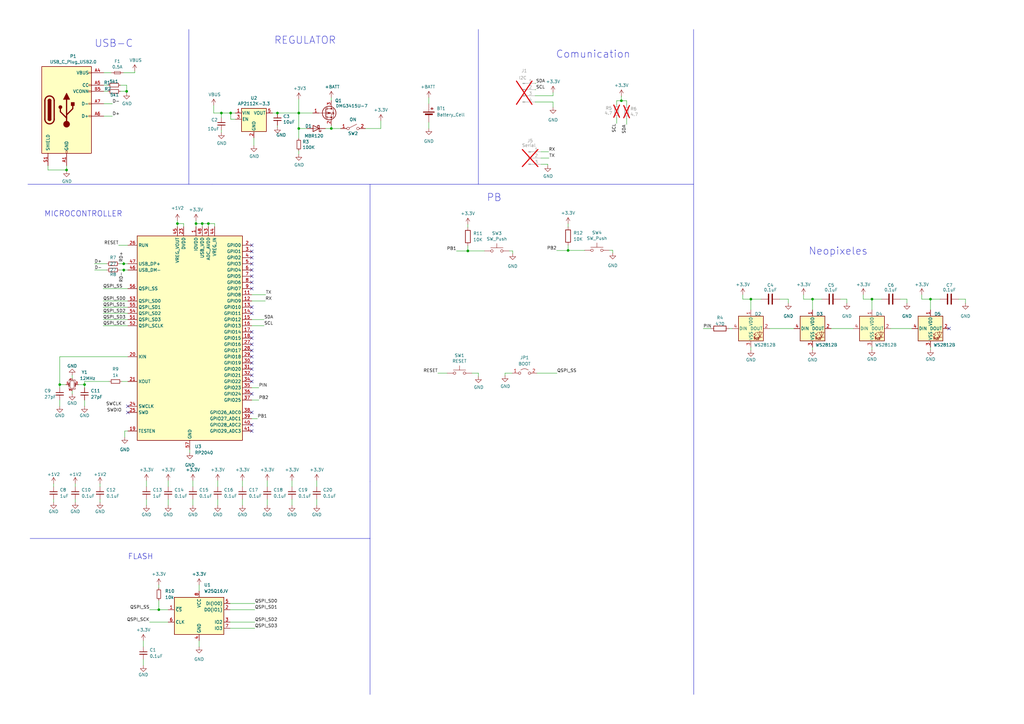
<source format=kicad_sch>
(kicad_sch (version 20230121) (generator eeschema)
  (paper "A3")
  (lib_symbols
    (symbol "CatSniffer-rescue:GND-power-CatStick-rescue-CatSniffer-rescue" (power) (pin_names (offset 0))
      (property "Value" "GND-power-CatStick-rescue-CatSniffer-rescue" (at 0 -3.81 0))
      (symbol "GND-power-CatStick-rescue-CatSniffer-rescue_1_1"
        (pin power_in line (at 0 0 270) (length 0) hide (name "GND") (number "1"))
      )
    )
    (symbol "CatSniffer-rescue:SW_Push-Switch-CatStick-rescue-CatSniffer-rescue" (pin_numbers hide) (pin_names (offset 1.016) hide)
      (property "Reference" "SW" (at 1.27 2.54 0))
      (property "Value" "SW_Push-Switch-CatStick-rescue-CatSniffer-rescue" (at 0 -1.524 0))
      (symbol "SW_Push-Switch-CatStick-rescue-CatSniffer-rescue_0_1"
        (pin passive line (at -5.08 0 0) (length 2.54) (name "1") (number "1"))
        (pin passive line (at 5.08 0 180) (length 2.54) (name "2") (number "2"))
      )
    )
    (symbol "Connector:Conn_01x03_Pin" (pin_names (offset 1.016) hide)
      (property "Reference" "J" (at 0 5.08 0))
      (property "Value" "Conn_01x03_Pin" (at 0 -5.08 0))
      (symbol "Conn_01x03_Pin_1_1"
        (pin passive line (at 5.08 2.54 180) (length 3.81) (name "Pin_1") (number "1"))
        (pin passive line (at 5.08 0 180) (length 3.81) (name "Pin_2") (number "2"))
        (pin passive line (at 5.08 -2.54 180) (length 3.81) (name "Pin_3") (number "3"))
      )
    )
    (symbol "Connector:Conn_01x04_Pin" (pin_names (offset 1.016) hide)
      (property "Reference" "J" (at 0 5.08 0))
      (property "Value" "Conn_01x04_Pin" (at 0 -7.62 0))
      (symbol "Conn_01x04_Pin_1_1"
        (pin passive line (at 5.08 2.54 180) (length 3.81) (name "Pin_1") (number "1"))
        (pin passive line (at 5.08 0 180) (length 3.81) (name "Pin_2") (number "2"))
        (pin passive line (at 5.08 -2.54 180) (length 3.81) (name "Pin_3") (number "3"))
        (pin passive line (at 5.08 -5.08 180) (length 3.81) (name "Pin_4") (number "4"))
      )
    )
    (symbol "Device:Battery_Cell" (pin_numbers hide) (pin_names (offset 0) hide)
      (property "Reference" "BT" (at 2.54 2.54 0))
      (property "Value" "Battery_Cell" (at 2.54 0 0))
      (symbol "Battery_Cell_1_1"
        (pin passive line (at 0 5.08 270) (length 2.54) (name "+") (number "1"))
        (pin passive line (at 0 -2.54 90) (length 2.54) (name "-") (number "2"))
      )
    )
    (symbol "Device:C" (pin_numbers hide) (pin_names (offset 0.254))
      (property "Reference" "C" (at 0.635 2.54 0))
      (property "Value" "C" (at 0.635 -2.54 0))
      (symbol "C_1_1"
        (pin passive line (at 0 3.81 270) (length 2.794) (name "~") (number "1"))
        (pin passive line (at 0 -3.81 90) (length 2.794) (name "~") (number "2"))
      )
    )
    (symbol "Device:C_Small" (pin_numbers hide) (pin_names (offset 0.254) hide)
      (property "Reference" "C" (at 0.254 1.778 0))
      (property "Value" "C_Small" (at 0.254 -2.032 0))
      (symbol "C_Small_1_1"
        (pin passive line (at 0 2.54 270) (length 2.032) (name "~") (number "1"))
        (pin passive line (at 0 -2.54 90) (length 2.032) (name "~") (number "2"))
      )
    )
    (symbol "Device:Crystal_GND23_Small" (pin_names (offset 1.016) hide)
      (property "Reference" "Y?" (at 12.7 4.1402 0))
      (property "Value" "Crystal_GND23_Small" (at 12.7 1.6002 0))
      (symbol "Crystal_GND23_Small_1_1"
        (pin passive line (at -2.54 0 0) (length 1.27) (name "1") (number "1"))
        (pin passive line (at 0 -2.54 90) (length 0.635) (name "2") (number "2"))
        (pin passive line (at 2.54 0 180) (length 1.27) (name "3") (number "3"))
        (pin passive line (at 0 2.54 270) (length 0.635) (name "4") (number "4"))
      )
    )
    (symbol "Device:Fuse_Small" (pin_numbers hide) (pin_names (offset 0.254) hide)
      (property "Reference" "F" (at 0 -1.524 0))
      (property "Value" "Fuse_Small" (at 0 1.524 0))
      (symbol "Fuse_Small_1_1"
        (pin passive line (at -2.54 0 0) (length 1.27) (name "~") (number "1"))
        (pin passive line (at 2.54 0 180) (length 1.27) (name "~") (number "2"))
      )
    )
    (symbol "Device:Q_PMOS_GSD" (pin_names (offset 0) hide)
      (property "Reference" "Q" (at 5.08 1.27 0))
      (property "Value" "Q_PMOS_GSD" (at 5.08 -1.27 0))
      (symbol "Q_PMOS_GSD_1_1"
        (pin input line (at -5.08 0 0) (length 2.54) (name "G") (number "1"))
        (pin passive line (at 2.54 -5.08 90) (length 2.54) (name "S") (number "2"))
        (pin passive line (at 2.54 5.08 270) (length 2.54) (name "D") (number "3"))
      )
    )
    (symbol "Device:R" (pin_numbers hide) (pin_names (offset 0))
      (property "Reference" "R" (at 2.032 0 90))
      (property "Value" "R" (at 0 0 90))
      (symbol "R_1_1"
        (pin passive line (at 0 3.81 270) (length 1.27) (name "~") (number "1"))
        (pin passive line (at 0 -3.81 90) (length 1.27) (name "~") (number "2"))
      )
    )
    (symbol "Device:R_Small" (pin_numbers hide) (pin_names (offset 0.254) hide)
      (property "Reference" "R" (at 0.762 0.508 0))
      (property "Value" "R_Small" (at 0.762 -1.016 0))
      (symbol "R_Small_1_1"
        (pin passive line (at 0 2.54 270) (length 0.762) (name "~") (number "1"))
        (pin passive line (at 0 -2.54 90) (length 0.762) (name "~") (number "2"))
      )
    )
    (symbol "Diode:MBR340" (pin_numbers hide) (pin_names (offset 1.016) hide)
      (property "Reference" "D" (at 0 2.54 0))
      (property "Value" "MBR340" (at 0 -2.54 0))
      (symbol "MBR340_1_1"
        (pin passive line (at -3.81 0 0) (length 2.54) (name "K") (number "1"))
        (pin passive line (at 3.81 0 180) (length 2.54) (name "A") (number "2"))
      )
    )
    (symbol "GND_11" (power) (pin_names (offset 0))
      (property "Value" "GND_11" (at 0 -3.81 0))
      (symbol "GND_11_1_1"
        (pin power_in line (at 0 0 270) (length 0) hide (name "GND") (number "1"))
      )
    )
    (symbol "GND_12" (power) (pin_names (offset 0))
      (property "Value" "GND_12" (at 0 -3.81 0))
      (symbol "GND_12_1_1"
        (pin power_in line (at 0 0 270) (length 0) hide (name "GND") (number "1"))
      )
    )
    (symbol "GND_13" (power) (pin_names (offset 0))
      (property "Value" "GND_13" (at 0 -3.81 0))
      (symbol "GND_13_1_1"
        (pin power_in line (at 0 0 270) (length 0) hide (name "GND") (number "1"))
      )
    )
    (symbol "GND_14" (power) (pin_names (offset 0))
      (property "Value" "GND_14" (at 0 -3.81 0))
      (symbol "GND_14_1_1"
        (pin power_in line (at 0 0 270) (length 0) hide (name "GND") (number "1"))
      )
    )
    (symbol "GND_15" (power) (pin_names (offset 0))
      (property "Value" "GND_15" (at 0 -3.81 0))
      (symbol "GND_15_1_1"
        (pin power_in line (at 0 0 270) (length 0) hide (name "GND") (number "1"))
      )
    )
    (symbol "GND_16" (power) (pin_names (offset 0))
      (property "Value" "GND_16" (at 0 -3.81 0))
      (symbol "GND_16_1_1"
        (pin power_in line (at 0 0 270) (length 0) hide (name "GND") (number "1"))
      )
    )
    (symbol "HunterCat-NFC-rescue:AP2112K-3.3-Regulator_Linear" (pin_names (offset 0.254))
      (property "Reference" "U" (at -5.08 5.715 0))
      (property "Value" "AP2112K-3.3-Regulator_Linear" (at 0 5.715 0))
      (symbol "AP2112K-3.3-Regulator_Linear_1_1"
        (pin power_in line (at -7.62 2.54 0) (length 2.54) (name "VIN") (number "1"))
        (pin power_in line (at 0 -7.62 90) (length 2.54) (name "GND") (number "2"))
        (pin input line (at -7.62 0 0) (length 2.54) (name "EN") (number "3"))
        (pin no_connect line (at 7.62 0 180) (length 2.54) hide (name "NC") (number "4"))
        (pin power_out line (at 7.62 2.54 180) (length 2.54) (name "VOUT") (number "5"))
      )
    )
    (symbol "HunterCat-NFC-rescue:USB_C_Plug_USB2.0-Connector" (pin_names (offset 1.016))
      (property "Reference" "P" (at -10.16 19.05 0))
      (property "Value" "USB_C_Plug_USB2.0-Connector" (at 12.7 19.05 0))
      (symbol "USB_C_Plug_USB2.0-Connector_1_1"
        (pin power_in line (at 0 -22.86 90) (length 5.08) (name "GND") (number "A1"))
        (pin passive line (at 0 -22.86 90) (length 5.08) hide (name "GND") (number "A12"))
        (pin power_in line (at 15.24 15.24 180) (length 5.08) (name "VBUS") (number "A4"))
        (pin bidirectional line (at 15.24 10.16 180) (length 5.08) (name "CC") (number "A5"))
        (pin bidirectional line (at 15.24 -2.54 180) (length 5.08) (name "D+") (number "A6"))
        (pin bidirectional line (at 15.24 2.54 180) (length 5.08) (name "D-") (number "A7"))
        (pin passive line (at 15.24 15.24 180) (length 5.08) hide (name "VBUS") (number "A9"))
        (pin passive line (at 0 -22.86 90) (length 5.08) hide (name "GND") (number "B1"))
        (pin passive line (at 0 -22.86 90) (length 5.08) hide (name "GND") (number "B12"))
        (pin passive line (at 15.24 15.24 180) (length 5.08) hide (name "VBUS") (number "B4"))
        (pin bidirectional line (at 15.24 7.62 180) (length 5.08) (name "VCONN") (number "B5"))
        (pin passive line (at 15.24 15.24 180) (length 5.08) hide (name "VBUS") (number "B9"))
        (pin passive line (at -7.62 -22.86 90) (length 5.08) (name "SHIELD") (number "S1"))
      )
    )
    (symbol "Jumper:Jumper_2_Open" (pin_names (offset 0) hide)
      (property "Reference" "JP" (at 0 2.794 0))
      (property "Value" "Jumper_2_Open" (at 0 -2.286 0))
      (symbol "Jumper_2_Open_1_1"
        (pin passive line (at -5.08 0 0) (length 2.54) (name "A") (number "1"))
        (pin passive line (at 5.08 0 180) (length 2.54) (name "B") (number "2"))
      )
    )
    (symbol "LED:WS2812B" (pin_names (offset 0.254))
      (property "Reference" "D" (at 5.08 5.715 0))
      (property "Value" "WS2812B" (at 1.27 -5.715 0))
      (symbol "WS2812B_0_0"
        (text "RGB" (at 2.286 -4.191 0) (effects (font (size 0.762 0.762))))
      )
      (symbol "WS2812B_1_1"
        (pin power_in line (at 0 7.62 270) (length 2.54) (name "VDD") (number "1"))
        (pin output line (at 7.62 0 180) (length 2.54) (name "DOUT") (number "2"))
        (pin power_in line (at 0 -7.62 90) (length 2.54) (name "VSS") (number "3"))
        (pin input line (at -7.62 0 0) (length 2.54) (name "DIN") (number "4"))
      )
    )
    (symbol "MCU_RaspberryPi:RP2040"
      (property "Reference" "U3" (at 2.0194 -44.45 0))
      (property "Value" "RP2040" (at 2.0194 -46.99 0))
      (symbol "RP2040_1_1"
        (pin power_in line (at 2.54 45.72 270) (length 3.81) (name "IOVDD") (number "1"))
        (pin passive line (at 2.54 45.72 270) (length 3.81) hide (name "IOVDD") (number "10"))
        (pin bidirectional line (at 25.4 17.78 180) (length 3.81) (name "GPIO8") (number "11"))
        (pin bidirectional line (at 25.4 15.24 180) (length 3.81) (name "GPIO9") (number "12"))
        (pin bidirectional line (at 25.4 12.7 180) (length 3.81) (name "GPIO10") (number "13"))
        (pin bidirectional line (at 25.4 10.16 180) (length 3.81) (name "GPIO11") (number "14"))
        (pin bidirectional line (at 25.4 7.62 180) (length 3.81) (name "GPIO12") (number "15"))
        (pin bidirectional line (at 25.4 5.08 180) (length 3.81) (name "GPIO13") (number "16"))
        (pin bidirectional line (at 25.4 2.54 180) (length 3.81) (name "GPIO14") (number "17"))
        (pin bidirectional line (at 25.4 0 180) (length 3.81) (name "GPIO15") (number "18"))
        (pin input line (at -25.4 -38.1 0) (length 3.81) (name "TESTEN") (number "19"))
        (pin bidirectional line (at 25.4 38.1 180) (length 3.81) (name "GPIO0") (number "2"))
        (pin input line (at -25.4 -7.62 0) (length 3.81) (name "XIN") (number "20"))
        (pin passive line (at -25.4 -17.78 0) (length 3.81) (name "XOUT") (number "21"))
        (pin passive line (at 2.54 45.72 270) (length 3.81) hide (name "IOVDD") (number "22"))
        (pin power_in line (at -2.54 45.72 270) (length 3.81) (name "DVDD") (number "23"))
        (pin output line (at -25.4 -27.94 0) (length 3.81) (name "SWCLK") (number "24"))
        (pin bidirectional line (at -25.4 -30.48 0) (length 3.81) (name "SWD") (number "25"))
        (pin input line (at -25.4 38.1 0) (length 3.81) (name "RUN") (number "26"))
        (pin bidirectional line (at 25.4 -2.54 180) (length 3.81) (name "GPIO16") (number "27"))
        (pin bidirectional line (at 25.4 -5.08 180) (length 3.81) (name "GPIO17") (number "28"))
        (pin bidirectional line (at 25.4 -7.62 180) (length 3.81) (name "GPIO18") (number "29"))
        (pin bidirectional line (at 25.4 35.56 180) (length 3.81) (name "GPIO1") (number "3"))
        (pin bidirectional line (at 25.4 -10.16 180) (length 3.81) (name "GPIO19") (number "30"))
        (pin bidirectional line (at 25.4 -12.7 180) (length 3.81) (name "GPIO20") (number "31"))
        (pin bidirectional line (at 25.4 -15.24 180) (length 3.81) (name "GPIO21") (number "32"))
        (pin passive line (at 2.54 45.72 270) (length 3.81) hide (name "IOVDD") (number "33"))
        (pin bidirectional line (at 25.4 -17.78 180) (length 3.81) (name "GPIO22") (number "34"))
        (pin bidirectional line (at 25.4 -20.32 180) (length 3.81) (name "GPIO23") (number "35"))
        (pin bidirectional line (at 25.4 -22.86 180) (length 3.81) (name "GPIO24") (number "36"))
        (pin bidirectional line (at 25.4 -25.4 180) (length 3.81) (name "GPIO25") (number "37"))
        (pin bidirectional line (at 25.4 -30.48 180) (length 3.81) (name "GPIO26_ADC0") (number "38"))
        (pin bidirectional line (at 25.4 -33.02 180) (length 3.81) (name "GPIO27_ADC1") (number "39"))
        (pin bidirectional line (at 25.4 33.02 180) (length 3.81) (name "GPIO2") (number "4"))
        (pin bidirectional line (at 25.4 -35.56 180) (length 3.81) (name "GPIO28_ADC2") (number "40"))
        (pin bidirectional line (at 25.4 -38.1 180) (length 3.81) (name "GPIO29_ADC3") (number "41"))
        (pin passive line (at 2.54 45.72 270) (length 3.81) hide (name "IOVDD") (number "42"))
        (pin power_in line (at 7.62 45.72 270) (length 3.81) (name "ADC_AVDD") (number "43"))
        (pin power_in line (at 10.16 45.72 270) (length 3.81) (name "VREG_IN") (number "44"))
        (pin power_out line (at -5.08 45.72 270) (length 3.81) (name "VREG_VOUT") (number "45"))
        (pin bidirectional line (at -25.4 27.94 0) (length 3.81) (name "USB_DM-") (number "46"))
        (pin bidirectional line (at -25.4 30.48 0) (length 3.81) (name "USB_DP+") (number "47"))
        (pin power_in line (at 5.08 45.72 270) (length 3.81) (name "USB_VDD") (number "48"))
        (pin passive line (at 2.54 45.72 270) (length 3.81) hide (name "IOVDD") (number "49"))
        (pin bidirectional line (at 25.4 30.48 180) (length 3.81) (name "GPIO3") (number "5"))
        (pin passive line (at -2.54 45.72 270) (length 3.81) hide (name "DVDD") (number "50"))
        (pin bidirectional line (at -25.4 7.62 0) (length 3.81) (name "QSPI_SD3") (number "51"))
        (pin output line (at -25.4 5.08 0) (length 3.81) (name "QSPI_SCLK") (number "52"))
        (pin bidirectional line (at -25.4 15.24 0) (length 3.81) (name "QSPI_SD0") (number "53"))
        (pin bidirectional line (at -25.4 10.16 0) (length 3.81) (name "QSPI_SD2") (number "54"))
        (pin bidirectional line (at -25.4 12.7 0) (length 3.81) (name "QSPI_SD1") (number "55"))
        (pin bidirectional line (at -25.4 20.32 0) (length 3.81) (name "QSPI_SS") (number "56"))
        (pin power_in line (at 0 -45.72 90) (length 3.81) (name "GND") (number "57"))
        (pin bidirectional line (at 25.4 27.94 180) (length 3.81) (name "GPIO4") (number "6"))
        (pin bidirectional line (at 25.4 25.4 180) (length 3.81) (name "GPIO5") (number "7"))
        (pin bidirectional line (at 25.4 22.86 180) (length 3.81) (name "GPIO6") (number "8"))
        (pin bidirectional line (at 25.4 20.32 180) (length 3.81) (name "GPIO7") (number "9"))
      )
    )
    (symbol "Memory_Flash:W25Q128JVS"
      (property "Reference" "U" (at -8.89 8.89 0))
      (property "Value" "W25Q128JVS" (at 7.62 8.89 0))
      (symbol "W25Q128JVS_1_1"
        (pin input line (at -12.7 2.54 0) (length 2.54) (name "~{CS}") (number "1"))
        (pin bidirectional line (at 12.7 2.54 180) (length 2.54) (name "DO(IO1)") (number "2"))
        (pin bidirectional line (at 12.7 -2.54 180) (length 2.54) (name "IO2") (number "3"))
        (pin power_in line (at 0 -10.16 90) (length 2.54) (name "GND") (number "4"))
        (pin bidirectional line (at 12.7 5.08 180) (length 2.54) (name "DI(IO0)") (number "5"))
        (pin input line (at -12.7 -2.54 0) (length 2.54) (name "CLK") (number "6"))
        (pin bidirectional line (at 12.7 -5.08 180) (length 2.54) (name "IO3") (number "7"))
        (pin power_in line (at 0 10.16 270) (length 2.54) (name "VCC") (number "8"))
      )
    )
    (symbol "Switch:SW_SPST" (pin_names (offset 0) hide)
      (property "Reference" "SW" (at 0 3.175 0))
      (property "Value" "SW_SPST" (at 0 -2.54 0))
      (symbol "SW_SPST_1_1"
        (pin passive line (at -5.08 0 0) (length 2.54) (name "A") (number "1"))
        (pin passive line (at 5.08 0 180) (length 2.54) (name "B") (number "2"))
      )
    )
    (symbol "power:+1V2" (power) (pin_names (offset 0))
      (property "Value" "+1V2" (at 0 3.556 0))
      (symbol "+1V2_1_1"
        (pin power_in line (at 0 0 90) (length 0) hide (name "+1V2") (number "1"))
      )
    )
    (symbol "power:+3.3V" (power) (pin_names (offset 0))
      (property "Value" "+3.3V" (at 0 3.556 0))
      (symbol "+3.3V_1_1"
        (pin power_in line (at 0 0 90) (length 0) hide (name "+3.3V") (number "1"))
      )
    )
    (symbol "power:+3V3" (power) (pin_names (offset 0))
      (property "Value" "+3V3" (at 0 3.556 0))
      (symbol "+3V3_1_1"
        (pin power_in line (at 0 0 90) (length 0) hide (name "+3V3") (number "1"))
      )
    )
    (symbol "power:+BATT" (power) (pin_names (offset 0))
      (property "Value" "+BATT" (at 0 3.556 0))
      (symbol "+BATT_1_1"
        (pin power_in line (at 0 0 90) (length 0) hide (name "+BATT") (number "1"))
      )
    )
    (symbol "power:GND" (power) (pin_names (offset 0))
      (property "Value" "GND" (at 0 -3.81 0))
      (symbol "GND_1_1"
        (pin power_in line (at 0 0 270) (length 0) hide (name "GND") (number "1"))
      )
    )
    (symbol "power:VBUS" (power) (pin_names (offset 0))
      (property "Value" "VBUS" (at 0 3.81 0))
      (symbol "VBUS_1_1"
        (pin power_in line (at 0 0 90) (length 0) hide (name "VBUS") (number "1"))
      )
    )
  )
  (junction (at 85.471 91.694))
  (junction (at 34.671 157.734))
  (junction (at 381.635 122.682))
  (junction (at 94.615 46.355))
  (junction (at 51.943 37.465))
  (junction (at 80.391 91.694))
  (junction (at 27.305 69.723))
  (junction (at 113.792 46.355))
  (junction (at 24.511 157.734))
  (junction (at 50.7492 108.204))
  (junction (at 191.897 102.9208))
  (junction (at 307.975 122.682))
  (junction (at 65.151 250.063))
  (junction (at 357.632 122.682))
  (junction (at 135.89 52.705))
  (junction (at 50.7746 110.744))
  (junction (at 90.805 46.355))
  (junction (at 232.9942 102.7176))
  (junction (at 254.8636 41.3258))
  (junction (at 333.248 122.682))
  (junction (at 122.555 46.355))
  (junction (at 72.771 91.694))
  (junction (at 122.555 52.705))
  (junction (at 82.931 91.694))
  (no_connect (at 103.251 156.464))
  (no_connect (at 103.251 176.784))
  (no_connect (at 103.251 169.164))
  (no_connect (at 103.251 118.364))
  (no_connect (at 52.451 166.624))
  (no_connect (at 103.251 153.924))
  (no_connect (at 103.251 141.224))
  (no_connect (at 103.251 125.984))
  (no_connect (at 103.251 148.844))
  (no_connect (at 52.451 169.164))
  (no_connect (at 103.251 143.764))
  (no_connect (at 103.251 100.584))
  (no_connect (at 103.251 136.144))
  (no_connect (at 103.251 105.664))
  (no_connect (at 103.251 174.244))
  (no_connect (at 103.251 103.124))
  (no_connect (at 103.251 151.384))
  (no_connect (at 103.251 138.684))
  (no_connect (at 103.251 115.824))
  (no_connect (at 103.251 110.744))
  (no_connect (at 103.251 128.524))
  (no_connect (at 389.255 134.747))
  (no_connect (at 103.251 146.304))
  (no_connect (at 103.251 161.544))
  (no_connect (at 103.251 113.284))
  (no_connect (at 103.251 108.204))
  (wire (pts (xy 81.661 262.763) (xy 81.661 265.303)))
  (wire (pts (xy 252.9332 41.3512) (xy 252.9332 41.3258)))
  (wire (pts (xy 103.251 123.444) (xy 108.839 123.444)))
  (wire (pts (xy 29.591 153.924) (xy 29.591 155.194)))
  (wire (pts (xy 85.471 91.694) (xy 82.931 91.694)))
  (wire (pts (xy 249.9106 102.6668) (xy 251.3076 102.6668)))
  (polyline (pts (xy 284.4546 12.065) (xy 284.5562 284.8356)))
  (wire (pts (xy 129.921 197.104) (xy 129.921 199.644)))
  (wire (pts (xy 354.076 122.682) (xy 357.632 122.682)))
  (wire (pts (xy 252.9078 48.133) (xy 252.9078 50.6476)))
  (wire (pts (xy 299.085 134.747) (xy 300.355 134.747)))
  (wire (pts (xy 30.861 204.724) (xy 30.861 205.994)))
  (wire (pts (xy 122.555 46.355) (xy 122.555 52.705)))
  (wire (pts (xy 77.851 184.404) (xy 77.851 185.674)))
  (polyline (pts (xy 151.765 220.853) (xy 151.765 197.485)))
  (wire (pts (xy 65.151 246.253) (xy 65.151 250.063)))
  (wire (pts (xy 42.291 125.984) (xy 52.451 125.984)))
  (wire (pts (xy 48.895 108.204) (xy 50.7492 108.204)))
  (wire (pts (xy 58.801 262.763) (xy 58.801 265.303)))
  (wire (pts (xy 357.632 122.682) (xy 361.569 122.682)))
  (wire (pts (xy 90.805 53.34) (xy 90.805 54.356)))
  (wire (pts (xy 135.89 41.275) (xy 135.89 40.005)))
  (wire (pts (xy 191.897 102.9462) (xy 191.897 102.9208)))
  (wire (pts (xy 24.511 146.304) (xy 24.511 157.734)))
  (wire (pts (xy 109.601 204.724) (xy 109.601 207.264)))
  (wire (pts (xy 208.8642 102.9208) (xy 210.2612 102.9208)))
  (wire (pts (xy 42.291 123.444) (xy 52.451 123.444)))
  (wire (pts (xy 196.215 153.035) (xy 196.215 154.432)))
  (wire (pts (xy 50.7492 108.204) (xy 52.451 108.204)))
  (wire (pts (xy 48.641 100.584) (xy 52.451 100.584)))
  (wire (pts (xy 122.555 61.849) (xy 122.555 63.246)))
  (wire (pts (xy 49.911 156.464) (xy 52.451 156.464)))
  (wire (pts (xy 239.7506 102.7176) (xy 239.7506 102.6668)))
  (wire (pts (xy 52.451 146.304) (xy 24.511 146.304)))
  (wire (pts (xy 87.63 46.355) (xy 90.805 46.355)))
  (wire (pts (xy 49.403 34.925) (xy 51.943 34.925)))
  (wire (pts (xy 87.63 43.18) (xy 87.63 46.355)))
  (wire (pts (xy 94.361 255.143) (xy 104.521 255.143)))
  (wire (pts (xy 193.548 153.035) (xy 196.215 153.035)))
  (wire (pts (xy 106.172 159.004) (xy 103.251 159.004)))
  (wire (pts (xy 75.311 91.694) (xy 72.771 91.694)))
  (wire (pts (xy 61.341 250.063) (xy 65.151 250.063)))
  (wire (pts (xy 307.975 122.682) (xy 312.166 122.682)))
  (wire (pts (xy 103.251 120.904) (xy 108.966 120.904)))
  (wire (pts (xy 378.079 120.904) (xy 378.079 122.682)))
  (wire (pts (xy 85.471 92.964) (xy 85.471 91.694)))
  (wire (pts (xy 365.252 134.747) (xy 374.015 134.747)))
  (wire (pts (xy 42.545 34.925) (xy 44.323 34.925)))
  (wire (pts (xy 34.671 156.464) (xy 34.671 157.734)))
  (wire (pts (xy 254.889 39.4208) (xy 254.889 39.4716)))
  (wire (pts (xy 80.391 90.424) (xy 80.391 91.694)))
  (wire (pts (xy 72.771 90.424) (xy 72.771 91.694)))
  (wire (pts (xy 323.342 124.333) (xy 323.342 122.682)))
  (wire (pts (xy 75.311 92.964) (xy 75.311 91.694)))
  (polyline (pts (xy 11.43 75.565) (xy 77.47 75.565)))
  (wire (pts (xy 106.172 164.084) (xy 103.251 164.084)))
  (wire (pts (xy 24.511 164.084) (xy 24.511 166.624)))
  (polyline (pts (xy 12.319 220.853) (xy 151.765 220.853)))
  (wire (pts (xy 94.615 48.895) (xy 96.52 48.895)))
  (wire (pts (xy 42.291 128.524) (xy 52.451 128.524)))
  (polyline (pts (xy 151.765 75.565) (xy 151.765 197.485)))
  (wire (pts (xy 109.601 197.104) (xy 109.601 199.644)))
  (wire (pts (xy 135.89 51.435) (xy 135.89 52.705)))
  (wire (pts (xy 65.151 239.903) (xy 65.151 241.173)))
  (wire (pts (xy 42.291 118.364) (xy 52.451 118.364)))
  (wire (pts (xy 381.635 143.383) (xy 381.635 142.367)))
  (wire (pts (xy 29.591 160.274) (xy 29.591 161.544)))
  (wire (pts (xy 304.673 120.904) (xy 304.673 122.682)))
  (wire (pts (xy 226.822 43.9928) (xy 226.822 41.8338)))
  (wire (pts (xy 291.465 134.747) (xy 288.417 134.747)))
  (wire (pts (xy 113.792 51.435) (xy 113.792 52.07)))
  (wire (pts (xy 251.3076 102.6668) (xy 251.3076 103.7082)))
  (polyline (pts (xy 86.995 75.565) (xy 196.215 75.565)))
  (wire (pts (xy 94.615 48.895) (xy 94.615 46.355)))
  (wire (pts (xy 34.671 164.084) (xy 34.671 166.624)))
  (wire (pts (xy 41.021 204.724) (xy 41.021 205.994)))
  (wire (pts (xy 94.361 247.523) (xy 104.521 247.523)))
  (wire (pts (xy 395.986 124.333) (xy 395.986 122.682)))
  (wire (pts (xy 119.761 197.104) (xy 119.761 199.644)))
  (wire (pts (xy 371.983 122.682) (xy 369.189 122.682)))
  (wire (pts (xy 60.071 197.104) (xy 60.071 199.644)))
  (wire (pts (xy 42.545 47.625) (xy 46.101 47.625)))
  (wire (pts (xy 256.9972 51.054) (xy 256.9972 48.3362)))
  (wire (pts (xy 52.451 176.784) (xy 51.181 176.784)))
  (wire (pts (xy 42.545 29.845) (xy 45.593 29.845)))
  (wire (pts (xy 89.281 204.724) (xy 89.281 207.264)))
  (wire (pts (xy 19.685 69.723) (xy 27.305 69.723)))
  (wire (pts (xy 105.6132 171.704) (xy 103.251 171.704)))
  (wire (pts (xy 333.248 143.51) (xy 333.248 142.367)))
  (wire (pts (xy 378.079 122.682) (xy 381.635 122.682)))
  (wire (pts (xy 381.635 122.682) (xy 385.572 122.682)))
  (wire (pts (xy 38.7858 110.744) (xy 43.8658 110.744)))
  (wire (pts (xy 30.861 198.374) (xy 30.861 199.644)))
  (wire (pts (xy 232.9942 102.7176) (xy 239.7506 102.7176)))
  (wire (pts (xy 19.685 67.945) (xy 19.685 69.723)))
  (wire (pts (xy 99.441 197.104) (xy 99.441 199.644)))
  (wire (pts (xy 128.27 46.355) (xy 122.555 46.355)))
  (wire (pts (xy 191.897 102.9208) (xy 198.7042 102.9208)))
  (wire (pts (xy 50.673 29.845) (xy 55.245 29.845)))
  (wire (pts (xy 323.342 122.682) (xy 319.786 122.682)))
  (wire (pts (xy 207.137 153.035) (xy 207.137 154.051)))
  (wire (pts (xy 333.248 122.682) (xy 333.248 127.127)))
  (wire (pts (xy 44.831 156.464) (xy 34.671 156.464)))
  (wire (pts (xy 347.345 124.333) (xy 347.345 122.682)))
  (wire (pts (xy 68.961 204.724) (xy 68.961 207.264)))
  (polyline (pts (xy 151.765 220.853) (xy 151.765 284.861)))
  (wire (pts (xy 256.9972 43.2562) (xy 256.9972 41.3258)))
  (wire (pts (xy 82.931 91.694) (xy 80.391 91.694)))
  (wire (pts (xy 94.361 257.683) (xy 104.521 257.683)))
  (wire (pts (xy 191.897 100.838) (xy 191.897 102.9208)))
  (wire (pts (xy 24.511 157.734) (xy 27.051 157.734)))
  (wire (pts (xy 21.971 198.374) (xy 21.971 199.644)))
  (wire (pts (xy 129.921 204.724) (xy 129.921 207.264)))
  (wire (pts (xy 210.058 153.035) (xy 207.137 153.035)))
  (wire (pts (xy 42.545 42.545) (xy 46.101 42.545)))
  (wire (pts (xy 88.011 92.964) (xy 88.011 91.694)))
  (wire (pts (xy 81.661 239.903) (xy 81.661 242.443)))
  (wire (pts (xy 252.9332 41.3258) (xy 254.8636 41.3258)))
  (wire (pts (xy 21.971 204.724) (xy 21.971 205.994)))
  (wire (pts (xy 340.868 134.747) (xy 350.012 134.747)))
  (wire (pts (xy 156.21 49.53) (xy 156.21 52.705)))
  (wire (pts (xy 94.361 250.063) (xy 104.521 250.063)))
  (wire (pts (xy 333.248 122.682) (xy 337.058 122.682)))
  (wire (pts (xy 58.801 270.383) (xy 58.801 272.923)))
  (wire (pts (xy 135.89 52.705) (xy 133.477 52.705)))
  (wire (pts (xy 395.986 122.682) (xy 393.192 122.682)))
  (wire (pts (xy 347.345 122.682) (xy 344.678 122.682)))
  (wire (pts (xy 85.471 91.694) (xy 88.011 91.694)))
  (wire (pts (xy 50.7492 107.442) (xy 50.7492 108.204)))
  (wire (pts (xy 122.555 52.705) (xy 122.555 56.769)))
  (wire (pts (xy 191.897 91.9988) (xy 191.897 93.218)))
  (polyline (pts (xy 196.215 75.565) (xy 284.48 75.565)))
  (wire (pts (xy 219.456 36.7538) (xy 219.837 36.7538)))
  (wire (pts (xy 113.792 46.355) (xy 122.555 46.355)))
  (wire (pts (xy 381.635 122.682) (xy 381.635 127.127)))
  (wire (pts (xy 119.761 204.724) (xy 119.761 207.264)))
  (wire (pts (xy 122.555 40.64) (xy 122.555 46.355)))
  (wire (pts (xy 42.291 133.604) (xy 52.451 133.604)))
  (wire (pts (xy 224.663 67.8688) (xy 224.663 67.3608)))
  (wire (pts (xy 79.121 204.724) (xy 79.121 207.264)))
  (wire (pts (xy 90.805 46.355) (xy 94.615 46.355)))
  (polyline (pts (xy 196.215 12.065) (xy 196.215 75.565)))
  (wire (pts (xy 94.615 46.355) (xy 96.52 46.355)))
  (wire (pts (xy 221.869 67.3608) (xy 224.663 67.3608)))
  (wire (pts (xy 34.671 157.734) (xy 34.671 159.004)))
  (wire (pts (xy 254.8636 39.4716) (xy 254.8636 41.3258)))
  (wire (pts (xy 256.9972 41.3258) (xy 254.8636 41.3258)))
  (wire (pts (xy 210.2612 102.9208) (xy 210.2612 103.9622)))
  (wire (pts (xy 226.822 41.8338) (xy 219.456 41.8338)))
  (wire (pts (xy 24.511 157.734) (xy 24.511 159.004)))
  (wire (pts (xy 315.595 134.747) (xy 325.628 134.747)))
  (wire (pts (xy 111.76 46.355) (xy 113.792 46.355)))
  (wire (pts (xy 228.2952 102.743) (xy 232.9942 102.743)))
  (wire (pts (xy 252.9078 41.3512) (xy 252.9332 41.3512)))
  (wire (pts (xy 103.251 133.604) (xy 108.331 133.604)))
  (wire (pts (xy 125.857 52.705) (xy 122.555 52.705)))
  (wire (pts (xy 232.9942 91.7956) (xy 232.9942 93.0148)))
  (polyline (pts (xy 77.47 75.565) (xy 86.995 75.565)))
  (wire (pts (xy 357.632 143.383) (xy 357.632 142.367)))
  (wire (pts (xy 27.305 67.945) (xy 27.305 69.723)))
  (wire (pts (xy 89.281 197.104) (xy 89.281 199.644)))
  (wire (pts (xy 48.9458 110.744) (xy 50.7746 110.744)))
  (wire (pts (xy 221.869 62.2808) (xy 225.044 62.2808)))
  (wire (pts (xy 139.7 52.705) (xy 135.89 52.705)))
  (wire (pts (xy 219.456 34.2138) (xy 219.837 34.2138)))
  (wire (pts (xy 232.9942 100.6348) (xy 232.9942 102.7176)))
  (wire (pts (xy 42.545 37.465) (xy 44.323 37.465)))
  (wire (pts (xy 307.975 143.637) (xy 307.975 142.367)))
  (wire (pts (xy 357.632 122.682) (xy 357.632 127.127)))
  (wire (pts (xy 304.673 122.682) (xy 307.975 122.682)))
  (wire (pts (xy 99.441 204.724) (xy 99.441 207.264)))
  (wire (pts (xy 103.251 131.064) (xy 108.331 131.064)))
  (wire (pts (xy 49.403 37.465) (xy 51.943 37.465)))
  (wire (pts (xy 90.805 48.26) (xy 90.805 46.355)))
  (wire (pts (xy 252.9078 41.3512) (xy 252.9078 43.053)))
  (wire (pts (xy 51.943 34.925) (xy 51.943 37.465)))
  (wire (pts (xy 226.822 37.8968) (xy 226.822 39.2938)))
  (wire (pts (xy 50.7746 110.744) (xy 50.7746 111.4806)))
  (wire (pts (xy 32.131 157.734) (xy 34.671 157.734)))
  (wire (pts (xy 254.889 39.4716) (xy 254.8636 39.4716)))
  (wire (pts (xy 307.975 122.682) (xy 307.975 127.127)))
  (wire (pts (xy 226.822 39.2938) (xy 219.456 39.2938)))
  (wire (pts (xy 232.9942 102.743) (xy 232.9942 102.7176)))
  (wire (pts (xy 65.151 250.063) (xy 68.961 250.063)))
  (wire (pts (xy 51.943 37.465) (xy 51.943 38.1)))
  (wire (pts (xy 354.076 120.904) (xy 354.076 122.682)))
  (wire (pts (xy 82.931 92.964) (xy 82.931 91.694)))
  (wire (pts (xy 175.895 40.005) (xy 175.895 42.545)))
  (wire (pts (xy 60.071 204.724) (xy 60.071 207.264)))
  (wire (pts (xy 179.578 153.035) (xy 183.388 153.035)))
  (wire (pts (xy 220.218 153.035) (xy 228.473 153.035)))
  (wire (pts (xy 371.983 124.333) (xy 371.983 122.682)))
  (polyline (pts (xy 77.47 12.065) (xy 77.47 75.565)))
  (wire (pts (xy 329.565 122.682) (xy 333.248 122.682)))
  (wire (pts (xy 225.171 64.8208) (xy 221.869 64.8208)))
  (wire (pts (xy 41.021 198.374) (xy 41.021 199.644)))
  (wire (pts (xy 50.7746 110.744) (xy 52.451 110.744)))
  (wire (pts (xy 51.181 176.784) (xy 51.181 179.324)))
  (wire (pts (xy 329.565 120.904) (xy 329.565 122.682)))
  (wire (pts (xy 187.198 102.9462) (xy 191.897 102.9462)))
  (wire (pts (xy 42.291 131.064) (xy 52.451 131.064)))
  (wire (pts (xy 61.341 255.143) (xy 68.961 255.143)))
  (wire (pts (xy 27.305 69.723) (xy 27.305 69.977)))
  (wire (pts (xy 79.121 197.104) (xy 79.121 199.644)))
  (wire (pts (xy 72.771 91.694) (xy 72.771 92.964)))
  (wire (pts (xy 68.961 197.104) (xy 68.961 199.644)))
  (wire (pts (xy 175.895 52.705) (xy 175.895 50.165)))
  (wire (pts (xy 55.245 29.845) (xy 55.245 29.083)))
  (wire (pts (xy 156.21 52.705) (xy 149.86 52.705)))
  (wire (pts (xy 80.391 91.694) (xy 80.391 92.964)))
  (wire (pts (xy 104.14 56.515) (xy 104.14 59.69)))
  (wire (pts (xy 38.735 108.204) (xy 43.815 108.204)))
  (text "PB\n\n" (at 199.5678 87.757 0) (effects (font (size 3 3)) (justify left bottom)))
  (text "REGULATOR" (at 112.395 18.415 0) (effects (font (size 3 3)) (justify left bottom)))
  (text "USB-C\n" (at 38.735 19.685 0) (effects (font (size 3 3)) (justify left bottom)))
  (text "MICROCONTROLLER" (at 18.161 89.154 0) (effects (font (size 2.2606 2.2606)) (justify left bottom)))
  (text "Neopixeles\n" (at 331.597 104.902 0) (effects (font (size 3 3)) (justify left bottom)))
  (text "Comunication" (at 227.965 24.13 0) (effects (font (size 3 3)) (justify left bottom)))
  (text "FLASH" (at 52.451 229.743 0) (effects (font (size 2.2606 2.2606)) (justify left bottom)))
  (label "QSPI_SD3" (at 42.291 131.064 0))
  (label "RX" (at 108.839 123.444 0))
  (label "SWCLK" (at 49.911 166.624 180))
  (label "PB2" (at 106.172 164.084 0))
  (label "QSPI_SS" (at 61.341 250.063 180))
  (label "QSPI_SD3" (at 104.521 257.683 0))
  (label "SDA" (at 256.9972 51.054 270))
  (label "SDA" (at 219.837 34.2138 0))
  (label "TX" (at 108.966 120.904 0))
  (label "PIN" (at 106.172 159.004 0))
  (label "QSPI_SD1" (at 104.521 250.063 0))
  (label "QSPI_SS" (at 42.291 118.364 0))
  (label "SCL" (at 252.9078 50.6476 270))
  (label "RESET" (at 48.641 100.584 180))
  (label "RESET" (at 179.578 153.035 180))
  (label "SCL" (at 108.331 133.604 0))
  (label "PIN" (at 288.417 134.747 0))
  (label "SCL" (at 219.837 36.7538 0))
  (label "RD+" (at 50.7492 107.442 90))
  (label "D+" (at 46.101 47.625 0))
  (label "QSPI_SCK" (at 61.341 255.143 180))
  (label "QSPI_SS" (at 228.473 153.035 0))
  (label "PB1" (at 105.6132 171.704 0))
  (label "D-" (at 38.7858 110.744 0))
  (label "SDA" (at 108.331 131.064 0))
  (label "QSPI_SD1" (at 42.291 125.984 0))
  (label "SWDIO" (at 49.911 169.164 180))
  (label "QSPI_SD2" (at 42.291 128.524 0))
  (label "PB2" (at 228.2952 102.743 180))
  (label "QSPI_SD0" (at 42.291 123.444 0))
  (label "QSPI_SCK" (at 42.291 133.604 0))
  (label "PB1" (at 187.198 102.9462 180))
  (label "D-" (at 46.101 42.545 0))
  (label "D+" (at 38.735 108.204 0))
  (label "QSPI_SD0" (at 104.521 247.523 0))
  (label "RD-" (at 50.7746 111.4806 270))
  (label "TX" (at 225.171 64.8208 0))
  (label "RX" (at 225.044 62.2808 0))
  (label "QSPI_SD2" (at 104.521 255.143 0))
  (symbol (lib_id "power:GND") (at 99.441 207.264 0) (unit 1)
    (property "Reference" "#PWR058" (effects hide))
    (property "Value" "GND" (at 99.441 211.074 0))
  )
  (symbol (lib_id "power:+1V2") (at 30.861 198.374 0) (unit 1)
    (property "Reference" "#PWR040" (effects hide))
    (property "Value" "+1V2" (at 30.861 194.564 0))
  )
  (symbol (lib_id "Device:Fuse_Small") (at 48.133 29.845 0) (unit 1)
    (property "Reference" "F1" (at 48.133 25.146 0))
    (property "Value" "0.5A" (at 48.133 27.4574 0))
    (property "Footprint" "Fuse:Fuse_0805_2012Metric" (effects hide))
    (property "manf#" "MFU0805FF00500P100" (effects hide))
    (property "Proveedor" "MOUSER" (effects hide))
  )
  (symbol (lib_id "MCU_RaspberryPi:RP2040") (at 77.851 138.684 0) (unit 1)
    (property "Reference" "U3" (at 79.8704 183.134 0) (effects (justify left)))
    (property "Value" "RP2040" (at 79.8704 185.674 0) (effects (justify left)))
    (property "Footprint" "Package_DFN_QFN:QFN-56-1EP_7x7mm_P0.4mm_EP3.2x3.2mm" (effects hide))
    (property "Datasheet" "https://datasheets.raspberrypi.com/rp2040/rp2040-datasheet.pdf" (effects hide))
    (property "LCSC#" "C2040" (effects hide))
    (property "manf#" "RP2040" (effects hide))
    (property "provedor" "LCSC" (effects hide))
  )
  (symbol (lib_id "Device:C_Small") (at 113.792 48.895 0) (unit 1)
    (property "Reference" "C3" (at 116.1288 47.7266 0) (effects (justify left)))
    (property "Value" "10uF" (at 116.1288 50.038 0) (effects (justify left)))
    (property "Footprint" "Capacitor_SMD:C_0603_1608Metric" (effects hide))
    (property "Datasheet" "~https://datasheet.lcsc.com/lcsc/1811021421_Samsung-Electro-Mechanics-CL10A106MP8NNNC_C85713.pdf" (effects hide))
    (property "manf#" "CL10A106MP8NNNC" (effects hide))
    (property "LCSC#" "C85713" (effects hide))
    (property "Proveedor" "LCSC" (effects hide))
  )
  (symbol (lib_id "Device:R_Small") (at 252.9078 45.593 180) (unit 1) (dnp yes)
    (property "Reference" "R5" (at 251.0282 44.3484 0) (effects (justify left)))
    (property "Value" "4.7" (at 251.1552 46.3804 0) (effects (justify left)))
    (property "Footprint" "Resistor_SMD:R_0603_1608Metric" (effects hide))
    (property "Datasheet" "https://datasheet.lcsc.com/lcsc/2206010116_UNI-ROYAL-Uniroyal-Elec-0603WAF4701T5E_C23162.pdf" (effects hide))
    (property "manf#" "0603WAF4701T5E" (effects hide))
    (property "LCSC#" "C23162" (effects hide))
    (property "Proveedor" "LCSC" (effects hide))
  )
  (symbol (lib_id "power:GND") (at 24.511 166.624 0) (unit 1)
    (property "Reference" "#PWR037" (effects hide))
    (property "Value" "GND" (at 24.511 170.434 0))
  )
  (symbol (lib_id "power:+3.3V") (at 254.889 39.4208 0) (unit 1)
    (property "Reference" "#PWR032" (effects hide))
    (property "Value" "+3.3V" (at 254.889 34.9758 0))
  )
  (symbol (lib_id "power:GND") (at 30.861 205.994 0) (unit 1)
    (property "Reference" "#PWR041" (effects hide))
    (property "Value" "GND" (at 30.861 209.804 0))
  )
  (symbol (lib_id "Connector:Conn_01x03_Pin") (at 216.789 64.8208 0) (unit 1) (dnp yes)
    (property "Reference" "J5" (at 217.424 57.7088 0))
    (property "Value" "Serial" (at 216.916 59.6138 0))
    (property "Footprint" "Connector_PinSocket_2.54mm:PinSocket_1x03_P2.54mm_Vertical" (effects hide))
  )
  (symbol (lib_id "power:GND") (at 79.121 207.264 0) (unit 1)
    (property "Reference" "#PWR053" (effects hide))
    (property "Value" "GND" (at 79.121 211.074 0))
  )
  (symbol (lib_id "power:+3V3") (at 122.555 40.64 0) (unit 1)
    (property "Reference" "#PWR015" (effects hide))
    (property "Value" "+3V3" (at 122.936 36.2458 0))
  )
  (symbol (lib_id "power:+3.3V") (at 119.761 197.104 0) (unit 1)
    (property "Reference" "#PWR059" (effects hide))
    (property "Value" "+3.3V" (at 119.761 192.659 0))
  )
  (symbol (lib_id "Device:R_Small") (at 65.151 243.713 0) (unit 1)
    (property "Reference" "R10" (at 67.691 242.4429 0) (effects (justify left)))
    (property "Value" "10k" (at 67.691 244.9829 0) (effects (justify left)))
    (property "Footprint" "Resistor_SMD:R_0402_1005Metric" (effects hide))
    (property "Datasheet" "https://www.mouser.mx/datasheet/2/427/mcx0x0xpre-1762843.pdf" (effects hide))
    (property "manf#" "MCS04020D1002BE000" (effects hide))
    (property "provedor" "Mouser" (effects hide))
    (property "Mouser#" "594-MCS04020D1002BE0" (effects hide))
  )
  (symbol (lib_id "Device:R") (at 232.9942 96.8248 0) (unit 1)
    (property "Reference" "R12" (at 235.1532 95.5548 0) (effects (justify left)))
    (property "Value" "10K" (at 235.1532 98.0948 0) (effects (justify left)))
    (property "Footprint" "Resistor_SMD:R_0603_1608Metric" (effects hide))
  )
  (symbol (lib_id "Device:Battery_Cell") (at 175.895 47.625 0) (unit 1)
    (property "Reference" "BT1" (at 179.07 44.5135 0) (effects (justify left)))
    (property "Value" "Battery_Cell" (at 179.07 47.0535 0) (effects (justify left)))
    (property "Footprint" "BugCON2023_samd11:BAT_2462" (effects hide))
    (property "Proveedor" "MOUSER" (effects hide))
    (property "manf#" "2462" (effects hide))
  )
  (symbol (lib_id "HunterCat-NFC-rescue:AP2112K-3.3-Regulator_Linear") (at 104.14 48.895 0) (unit 1)
    (property "Reference" "U2" (at 104.14 40.2082 0))
    (property "Value" "AP2112K-3.3" (at 104.14 42.5196 0))
    (property "Footprint" "Package_TO_SOT_SMD:SOT-23-5" (effects hide))
    (property "Datasheet" "https://www.diodes.com/assets/Datasheets/AP2112.pdf" (effects hide))
    (property "manf#" "AP2112K-3.3TRG1" (effects hide))
    (property "LCSC#" "C51118" (effects hide))
    (property "Proveedor" "LCSC" (effects hide))
  )
  (symbol (lib_id "power:VBUS") (at 87.63 43.18 0) (unit 1)
    (property "Reference" "#PWR034" (effects hide))
    (property "Value" "VBUS" (at 88.011 38.7858 0))
  )
  (symbol (lib_name "GND_14") (lib_id "power:GND") (at 395.986 124.333 0) (unit 1)
    (property "Reference" "#PWR027" (effects hide))
    (property "Value" "GND" (at 395.986 129.667 0))
  )
  (symbol (lib_name "GND_13") (lib_id "power:GND") (at 357.632 143.383 0) (unit 1)
    (property "Reference" "#PWR023" (effects hide))
    (property "Value" "GND" (at 357.632 147.32 0))
  )
  (symbol (lib_id "power:GND") (at 175.895 52.705 0) (mirror y) (unit 1)
    (property "Reference" "#PWR029" (effects hide))
    (property "Value" "GND" (at 175.895 57.912 0))
  )
  (symbol (lib_id "Device:R_Small") (at 46.355 108.204 90) (unit 1)
    (property "Reference" "R7" (at 46.355 105.664 90))
    (property "Value" "27" (at 46.355 108.204 90))
    (property "Footprint" "Resistor_SMD:R_0402_1005Metric" (effects hide))
    (property "Datasheet" "https://www.mouser.mx/datasheet/2/348/esr_e-3009601.pdf" (effects hide))
    (property "manf#" "ESR01MZPF27R0" (effects hide))
    (property "provedor" "Mouser" (effects hide))
    (property "Mouser#" "755-ESR01MZPF27R0" (effects hide))
  )
  (symbol (lib_id "power:GND") (at 21.971 205.994 0) (unit 1)
    (property "Reference" "#PWR036" (effects hide))
    (property "Value" "GND" (at 21.971 209.804 0))
  )
  (symbol (lib_id "power:+3.3V") (at 354.076 120.904 0) (unit 1)
    (property "Reference" "#PWR022" (effects hide))
    (property "Value" "+3.3V" (at 354.076 116.713 0))
  )
  (symbol (lib_id "power:+BATT") (at 135.89 40.005 0) (unit 1)
    (property "Reference" "#PWR011" (effects hide))
    (property "Value" "+BATT" (at 136.271 35.6108 0))
  )
  (symbol (lib_id "power:GND") (at 119.761 207.264 0) (unit 1)
    (property "Reference" "#PWR062" (effects hide))
    (property "Value" "GND" (at 119.761 211.074 0))
  )
  (symbol (lib_id "power:GND") (at 34.671 166.624 0) (unit 1)
    (property "Reference" "#PWR042" (effects hide))
    (property "Value" "GND" (at 34.671 170.434 0))
  )
  (symbol (lib_id "Device:R_Small") (at 122.555 59.309 0) (unit 1)
    (property "Reference" "R3" (at 124.0536 58.1406 0) (effects (justify left)))
    (property "Value" "100K" (at 124.0536 60.452 0) (effects (justify left)))
    (property "Footprint" "Resistor_SMD:R_0603_1608Metric" (effects hide))
    (property "Datasheet" "https://datasheet.lcsc.com/lcsc/1811151133_Walsin-Tech-Corp-WR06X104JTL_C163843.pdf" (effects hide))
    (property "manf#" "0603WAJ0104T5E" (effects hide))
    (property "LCSC#" "C15458" (effects hide))
    (property "Proveedor" "LCSC" (effects hide))
  )
  (symbol (lib_id "Device:C") (at 340.868 122.682 270) (unit 1)
    (property "Reference" "C5" (at 340.868 116.967 90))
    (property "Value" "0.1uF" (at 340.868 118.872 90))
    (property "Footprint" "Capacitor_SMD:C_0603_1608Metric" (effects hide))
    (property "LCSC#" "C42998" (effects hide))
    (property "Proveedor" "LCSC" (effects hide))
    (property "manf#" "0603F104M500NT" (effects hide))
  )
  (symbol (lib_id "power:GND") (at 122.555 63.246 0) (unit 1)
    (property "Reference" "#PWR010" (effects hide))
    (property "Value" "GND" (at 122.682 67.6402 0))
  )
  (symbol (lib_name "GND_14") (lib_id "power:GND") (at 371.983 124.333 0) (unit 1)
    (property "Reference" "#PWR024" (effects hide))
    (property "Value" "GND" (at 371.983 129.667 0))
  )
  (symbol (lib_id "Device:R_Small") (at 46.863 34.925 270) (unit 1)
    (property "Reference" "R1" (at 43.942 33.909 90))
    (property "Value" "5k1" (at 46.736 33.401 90))
    (property "Footprint" "Resistor_SMD:R_0603_1608Metric" (effects hide))
    (property "Datasheet" "https://datasheet.lcsc.com/lcsc/1810170519_PANASONIC-ERJ3RBD5101V_C191782.pdf" (effects hide))
    (property "manf#" "ERJ3RBD5101V" (effects hide))
    (property "LCSC#" "C191782" (effects hide))
    (property "Proveedor" "LCSC" (effects hide))
  )
  (symbol (lib_id "HunterCat-NFC-rescue:USB_C_Plug_USB2.0-Connector") (at 27.305 45.085 0) (unit 1)
    (property "Reference" "P1" (at 30.0228 23.0632 0))
    (property "Value" "USB_C_Plug_USB2.0" (at 30.0228 25.3746 0))
    (property "Footprint" "BugCON2023_samd11:C393939" (effects hide))
    (property "Datasheet" "https://datasheet.lcsc.com/lcsc/2108132030_Korean-Hroparts-Elec-TYPE-C-31-M-31_C2760486.pdf" (effects hide))
    (property "manf#" "TYPE-C 16PIN 2MD(073)" (effects hide))
    (property "LCSC#" "C2765186" (effects hide))
    (property "Proveedor" "LCSC" (effects hide))
  )
  (symbol (lib_id "Device:C_Small") (at 21.971 202.184 0) (unit 1)
    (property "Reference" "C8" (at 24.511 200.9202 0) (effects (justify left)))
    (property "Value" "1uF" (at 24.511 203.4602 0) (effects (justify left)))
    (property "Footprint" "Capacitor_SMD:C_0402_1005Metric" (effects hide))
    (property "Datasheet" "https://www.mouser.mx/datasheet/2/396/Taiyo_Yuden_MSRLJ103SB5105MFNA01_SS-3011293.pdf" (effects hide))
    (property "manf#" "MSRLJ103SB5105MFNA01" (effects hide))
    (property "provedor" "Mouser" (effects hide))
    (property "Mouser#" "963-MSRLJ103SB5105MF" (effects hide))
  )
  (symbol (lib_id "power:GND") (at 29.591 153.924 180) (unit 1)
    (property "Reference" "#PWR038" (effects hide))
    (property "Value" "GND" (at 29.591 150.114 0))
  )
  (symbol (lib_id "CatSniffer-rescue:SW_Push-Switch-CatStick-rescue-CatSniffer-rescue") (at 203.7842 102.9208 0) (unit 1)
    (property "Reference" "SW3" (at 203.7842 95.6818 0))
    (property "Value" "SW_Push" (at 203.7842 97.9932 0))
    (property "Footprint" "Button_Switch_SMD:SW_SPST_TL3342" (effects hide))
    (property "Datasheet" "https://datasheet.lcsc.com/lcsc/1912111437_XUNPU-TS-1088R-02526_C455281.pdf" (effects hide))
    (property "provedor" "LCSC" (effects hide))
  )
  (symbol (lib_id "power:+3.3V") (at 79.121 197.104 0) (unit 1)
    (property "Reference" "#PWR048" (effects hide))
    (property "Value" "+3.3V" (at 79.121 192.659 0))
  )
  (symbol (lib_id "power:+BATT") (at 175.895 40.005 0) (mirror y) (unit 1)
    (property "Reference" "#PWR028" (effects hide))
    (property "Value" "+BATT" (at 175.514 35.6108 0))
  )
  (symbol (lib_id "power:+3.3V") (at 58.801 262.763 0) (unit 1)
    (property "Reference" "#PWR04" (effects hide))
    (property "Value" "+3.3V" (at 58.801 258.318 0))
  )
  (symbol (lib_id "power:+3.3V") (at 378.079 120.904 0) (unit 1)
    (property "Reference" "#PWR025" (effects hide))
    (property "Value" "+3.3V" (at 378.079 116.713 0))
  )
  (symbol (lib_name "GND_13") (lib_id "power:GND") (at 381.635 143.383 0) (unit 1)
    (property "Reference" "#PWR026" (effects hide))
    (property "Value" "GND" (at 381.635 147.32 0))
  )
  (symbol (lib_id "Device:C_Small") (at 58.801 267.843 0) (unit 1)
    (property "Reference" "C1" (at 61.341 266.5792 0) (effects (justify left)))
    (property "Value" "0.1uF" (at 61.341 269.1192 0) (effects (justify left)))
    (property "Footprint" "Capacitor_SMD:C_0402_1005Metric" (effects hide))
    (property "Datasheet" "https://www.mouser.mx/datasheet/2/396/TaiyoYuden_MSAST1L3YB5104KFNA01_SS-3009733.pdf" (effects hide))
    (property "manf#" "MSAST105SB7104KFNB25" (effects hide))
    (property "provedor" "Mouser" (effects hide))
    (property "Mouser#" "963-MSAST105SB7104KF" (effects hide))
  )
  (symbol (lib_id "power:+3.3V") (at 68.961 197.104 0) (unit 1)
    (property "Reference" "#PWR046" (effects hide))
    (property "Value" "+3.3V" (at 68.961 192.659 0))
  )
  (symbol (lib_id "power:+3.3V") (at 81.661 239.903 0) (unit 1)
    (property "Reference" "#PWR063" (effects hide))
    (property "Value" "+3.3V" (at 81.661 235.458 0))
  )
  (symbol (lib_id "power:+3.3V") (at 65.151 239.903 0) (unit 1)
    (property "Reference" "#PWR05" (effects hide))
    (property "Value" "+3.3V" (at 65.151 235.458 0))
  )
  (symbol (lib_id "power:GND") (at 81.661 265.303 0) (unit 1)
    (property "Reference" "#PWR030" (effects hide))
    (property "Value" "GND" (at 81.661 270.383 0))
  )
  (symbol (lib_id "power:+3.3V") (at 109.601 197.104 0) (unit 1)
    (property "Reference" "#PWR057" (effects hide))
    (property "Value" "+3.3V" (at 109.601 192.659 0))
  )
  (symbol (lib_id "Device:C") (at 315.976 122.682 270) (unit 1)
    (property "Reference" "C4" (at 315.976 116.967 90))
    (property "Value" "0.1uF" (at 315.976 118.872 90))
    (property "Footprint" "Capacitor_SMD:C_0603_1608Metric" (effects hide))
    (property "LCSC#" "C42998" (effects hide))
    (property "Proveedor" "LCSC" (effects hide))
    (property "manf#" "0603F104M500NT" (effects hide))
  )
  (symbol (lib_name "GND_16") (lib_id "power:GND") (at 323.342 124.333 0) (unit 1)
    (property "Reference" "#PWR018" (effects hide))
    (property "Value" "GND" (at 323.342 129.667 0))
  )
  (symbol (lib_id "Device:C_Small") (at 30.861 202.184 0) (unit 1)
    (property "Reference" "C10" (at 33.401 200.9202 0) (effects (justify left)))
    (property "Value" "0.1uF" (at 33.401 203.4602 0) (effects (justify left)))
    (property "Footprint" "Capacitor_SMD:C_0402_1005Metric" (effects hide))
    (property "Datasheet" "https://www.mouser.mx/datasheet/2/396/TaiyoYuden_MSAST1L3YB5104KFNA01_SS-3009733.pdf" (effects hide))
    (property "manf#" "MSAST105SB7104KFNB25" (effects hide))
    (property "provedor" "Mouser" (effects hide))
    (property "Mouser#" "963-MSAST105SB7104KF" (effects hide))
  )
  (symbol (lib_id "power:+3.3V") (at 80.391 90.424 0) (unit 1)
    (property "Reference" "#PWR065" (effects hide))
    (property "Value" "+3.3V" (at 80.391 85.979 0))
  )
  (symbol (lib_id "Device:C_Small") (at 41.021 202.184 0) (unit 1)
    (property "Reference" "C12" (at 43.561 200.9202 0) (effects (justify left)))
    (property "Value" "0.1uF" (at 43.561 203.4602 0) (effects (justify left)))
    (property "Footprint" "Capacitor_SMD:C_0402_1005Metric" (effects hide))
    (property "Datasheet" "https://www.mouser.mx/datasheet/2/396/TaiyoYuden_MSAST1L3YB5104KFNA01_SS-3009733.pdf" (effects hide))
    (property "manf#" "MSAST105SB7104KFNB25" (effects hide))
    (property "provedor" "Mouser" (effects hide))
    (property "Mouser#" "963-MSAST105SB7104KF" (effects hide))
  )
  (symbol (lib_id "Device:C_Small") (at 90.805 50.8 0) (unit 1)
    (property "Reference" "C2" (at 86.614 49.149 0) (effects (justify left)))
    (property "Value" "10uF" (at 85.09 52.832 0) (effects (justify left)))
    (property "Footprint" "Capacitor_SMD:C_0603_1608Metric" (effects hide))
    (property "Datasheet" "~https://datasheet.lcsc.com/lcsc/1811021421_Samsung-Electro-Mechanics-CL10A106MP8NNNC_C85713.pdf" (effects hide))
    (property "manf#" "CL10A106MP8NNNC" (effects hide))
    (property "LCSC#" "C85713" (effects hide))
    (property "Proveedor" "LCSC" (effects hide))
  )
  (symbol (lib_id "power:+3.3V") (at 129.921 197.104 0) (unit 1)
    (property "Reference" "#PWR061" (effects hide))
    (property "Value" "+3.3V" (at 129.921 192.659 0))
  )
  (symbol (lib_id "Device:C_Small") (at 24.511 161.544 0) (unit 1)
    (property "Reference" "C9" (at 18.161 160.274 0) (effects (justify left)))
    (property "Value" "27pF" (at 18.161 162.814 0) (effects (justify left)))
    (property "Footprint" "Capacitor_SMD:C_0402_1005Metric" (effects hide))
    (property "Datasheet" "https://www.mouser.mx/datasheet/2/281/GJM1555C1H270FB01_01-1973006.pdf" (effects hide))
    (property "manf#" "GJM1555C1H270FB01D" (effects hide))
    (property "provedor" "Mouser" (effects hide))
    (property "Mouser#" "81-GJM1555C1H270FB1D" (effects hide))
  )
  (symbol (lib_id "power:GND") (at 68.961 207.264 0) (unit 1)
    (property "Reference" "#PWR049" (effects hide))
    (property "Value" "GND" (at 68.961 211.074 0))
  )
  (symbol (lib_id "Device:C") (at 389.382 122.682 270) (unit 1)
    (property "Reference" "C7" (at 389.382 116.967 90))
    (property "Value" "0.1uF" (at 389.382 118.872 90))
    (property "Footprint" "Capacitor_SMD:C_0603_1608Metric" (effects hide))
    (property "LCSC#" "C42998" (effects hide))
    (property "Proveedor" "LCSC" (effects hide))
    (property "manf#" "0603F104M500NT" (effects hide))
  )
  (symbol (lib_id "power:GND") (at 60.071 207.264 0) (unit 1)
    (property "Reference" "#PWR047" (effects hide))
    (property "Value" "GND" (at 60.071 211.074 0))
  )
  (symbol (lib_id "power:+3.3V") (at 60.071 197.104 0) (unit 1)
    (property "Reference" "#PWR054" (effects hide))
    (property "Value" "+3.3V" (at 60.071 192.659 0))
  )
  (symbol (lib_id "power:GND") (at 129.921 207.264 0) (unit 1)
    (property "Reference" "#PWR064" (effects hide))
    (property "Value" "GND" (at 129.921 211.074 0))
  )
  (symbol (lib_id "power:GND") (at 51.943 38.1 0) (unit 1)
    (property "Reference" "#PWR07" (effects hide))
    (property "Value" "GND" (at 52.07 42.4942 0))
  )
  (symbol (lib_id "Device:C_Small") (at 109.601 202.184 0) (unit 1)
    (property "Reference" "C18" (at 112.141 200.9202 0) (effects (justify left)))
    (property "Value" "0.1uF" (at 112.141 203.4602 0) (effects (justify left)))
    (property "Footprint" "Capacitor_SMD:C_0402_1005Metric" (effects hide))
    (property "Datasheet" "https://www.mouser.mx/datasheet/2/396/TaiyoYuden_MSAST1L3YB5104KFNA01_SS-3009733.pdf" (effects hide))
    (property "manf#" "MSAST105SB7104KFNB25" (effects hide))
    (property "provedor" "Mouser" (effects hide))
    (property "Mouser#" "963-MSAST105SB7104KF" (effects hide))
  )
  (symbol (lib_id "power:GND") (at 113.792 52.07 0) (unit 1)
    (property "Reference" "#PWR014" (effects hide))
    (property "Value" "GND" (at 115.316 55.372 0))
  )
  (symbol (lib_id "power:+3.3V") (at 226.822 37.8968 0) (unit 1)
    (property "Reference" "#PWR01" (effects hide))
    (property "Value" "+3.3V" (at 226.822 33.4518 0))
  )
  (symbol (lib_id "Diode:MBR340") (at 129.667 52.705 180) (unit 1)
    (property "Reference" "D1" (at 126.492 51.689 0))
    (property "Value" "MBR120" (at 128.778 55.753 0))
    (property "Footprint" "Diode_SMD:D_SOD-123F" (effects hide))
    (property "Datasheet" "http://www.onsemi.com/pub_link/Collateral/MBR340-D.PDF" (effects hide))
    (property "LCSC#" "C130880" (effects hide))
    (property "manf#" "MBR120LSF" (effects hide))
    (property "Proveedor" "LCSC" (effects hide))
  )
  (symbol (lib_id "Device:C_Small") (at 129.921 202.184 0) (unit 1)
    (property "Reference" "C20" (at 132.461 200.9202 0) (effects (justify left)))
    (property "Value" "0.1uF" (at 132.461 203.4602 0) (effects (justify left)))
    (property "Footprint" "Capacitor_SMD:C_0402_1005Metric" (effects hide))
    (property "Datasheet" "https://www.mouser.mx/datasheet/2/396/TaiyoYuden_MSAST1L3YB5104KFNA01_SS-3009733.pdf" (effects hide))
    (property "manf#" "MSAST105SB7104KFNB25" (effects hide))
    (property "provedor" "Mouser" (effects hide))
    (property "Mouser#" "963-MSAST105SB7104KF" (effects hide))
  )
  (symbol (lib_id "power:GND") (at 29.591 161.544 0) (unit 1)
    (property "Reference" "#PWR039" (effects hide))
    (property "Value" "GND" (at 29.591 165.354 0))
  )
  (symbol (lib_id "Device:C_Small") (at 119.761 202.184 0) (unit 1)
    (property "Reference" "C19" (at 122.301 200.9202 0) (effects (justify left)))
    (property "Value" "0.1uF" (at 122.301 203.4602 0) (effects (justify left)))
    (property "Footprint" "Capacitor_SMD:C_0402_1005Metric" (effects hide))
    (property "Datasheet" "https://www.mouser.mx/datasheet/2/396/TaiyoYuden_MSAST1L3YB5104KFNA01_SS-3009733.pdf" (effects hide))
    (property "manf#" "MSAST105SB7104KFNB25" (effects hide))
    (property "provedor" "Mouser" (effects hide))
    (property "Mouser#" "963-MSAST105SB7104KF" (effects hide))
  )
  (symbol (lib_id "Device:R_Small") (at 46.4058 110.744 90) (unit 1)
    (property "Reference" "R8" (at 46.4058 112.5728 90))
    (property "Value" "27" (at 46.4058 110.744 90))
    (property "Footprint" "Resistor_SMD:R_0402_1005Metric" (effects hide))
    (property "Datasheet" "https://www.mouser.mx/datasheet/2/348/esr_e-3009601.pdf" (effects hide))
    (property "manf#" "ESR01MZPF27R0" (effects hide))
    (property "provedor" "Mouser" (effects hide))
    (property "Mouser#" "755-ESR01MZPF27R0" (effects hide))
  )
  (symbol (lib_id "power:+1V2") (at 41.021 198.374 0) (unit 1)
    (property "Reference" "#PWR043" (effects hide))
    (property "Value" "+1V2" (at 41.021 194.564 0))
  )
  (symbol (lib_id "power:+3.3V") (at 99.441 197.104 0) (unit 1)
    (property "Reference" "#PWR055" (effects hide))
    (property "Value" "+3.3V" (at 99.441 192.659 0))
  )
  (symbol (lib_name "GND_11") (lib_id "power:GND") (at 307.975 143.637 0) (unit 1)
    (property "Reference" "#PWR017" (effects hide))
    (property "Value" "GND" (at 307.975 147.574 0))
  )
  (symbol (lib_id "Device:R") (at 191.897 97.028 0) (unit 1)
    (property "Reference" "R11" (at 194.056 95.758 0) (effects (justify left)))
    (property "Value" "10K" (at 194.056 98.298 0) (effects (justify left)))
    (property "Footprint" "Resistor_SMD:R_0603_1608Metric" (effects hide))
  )
  (symbol (lib_id "Device:C_Small") (at 89.281 202.184 0) (unit 1)
    (property "Reference" "C16" (at 91.821 200.9202 0) (effects (justify left)))
    (property "Value" "0.1uF" (at 91.821 203.4602 0) (effects (justify left)))
    (property "Footprint" "Capacitor_SMD:C_0402_1005Metric" (effects hide))
    (property "Datasheet" "https://www.mouser.mx/datasheet/2/396/TaiyoYuden_MSAST1L3YB5104KFNA01_SS-3009733.pdf" (effects hide))
    (property "manf#" "MSAST105SB7104KFNB25" (effects hide))
    (property "provedor" "Mouser" (effects hide))
    (property "Mouser#" "963-MSAST105SB7104KF" (effects hide))
  )
  (symbol (lib_id "power:GND") (at 224.663 67.8688 0) (unit 1)
    (property "Reference" "#PWR031" (effects hide))
    (property "Value" "GND" (at 224.79 72.263 0))
  )
  (symbol (lib_id "Device:C_Small") (at 99.441 202.184 0) (unit 1)
    (property "Reference" "C17" (at 101.981 200.9202 0) (effects (justify left)))
    (property "Value" "0.1uF" (at 101.981 203.4602 0) (effects (justify left)))
    (property "Footprint" "Capacitor_SMD:C_0402_1005Metric" (effects hide))
    (property "Datasheet" "https://www.mouser.mx/datasheet/2/396/TaiyoYuden_MSAST1L3YB5104KFNA01_SS-3009733.pdf" (effects hide))
    (property "manf#" "MSAST105SB7104KFNB25" (effects hide))
    (property "provedor" "Mouser" (effects hide))
    (property "Mouser#" "963-MSAST105SB7104KF" (effects hide))
  )
  (symbol (lib_id "power:+1V2") (at 72.771 90.424 0) (unit 1)
    (property "Reference" "#PWR050" (effects hide))
    (property "Value" "+1V2" (at 72.771 85.344 0))
  )
  (symbol (lib_id "Device:C_Small") (at 34.671 161.544 0) (unit 1)
    (property "Reference" "C11" (at 37.211 160.2802 0) (effects (justify left)))
    (property "Value" "27pF" (at 37.211 162.8202 0) (effects (justify left)))
    (property "Footprint" "Capacitor_SMD:C_0402_1005Metric" (effects hide))
    (property "Datasheet" "https://www.mouser.mx/datasheet/2/281/GJM1555C1H270FB01_01-1973006.pdf" (effects hide))
    (property "manf#" "GJM1555C1H270FB01D" (effects hide))
    (property "provedor" "Mouser" (effects hide))
    (property "Mouser#" "81-GJM1555C1H270FB1D" (effects hide))
  )
  (symbol (lib_name "GND_12") (lib_id "power:GND") (at 333.248 143.51 0) (unit 1)
    (property "Reference" "#PWR020" (effects hide))
    (property "Value" "GND" (at 333.248 147.574 0))
  )
  (symbol (lib_id "power:+3.3V") (at 232.9942 91.7956 0) (unit 1)
    (property "Reference" "#PWR069" (effects hide))
    (property "Value" "+3.3V" (at 232.9942 87.3506 0))
  )
  (symbol (lib_id "power:GND") (at 226.822 43.9928 0) (unit 1)
    (property "Reference" "#PWR033" (effects hide))
    (property "Value" "GND" (at 226.822 49.1998 0))
  )
  (symbol (lib_id "LED:WS2812B") (at 357.632 134.747 0) (unit 1)
    (property "Reference" "D4" (at 360.553 128.778 0))
    (property "Value" "WS2812B" (at 363.347 141.478 0))
    (property "Footprint" "BugCON2023_samd11:LED-SMD_4P-L3.5-W3.5-TL_WS2812B" (effects hide))
    (property "Datasheet" "https://datasheet.lcsc.com/lcsc/2005251033_Worldsemi-WS2812B-Mini_C527089.pdf" (effects hide))
    (property "LCSC#" "C527089" (effects hide))
    (property "Proveedor" "LCSC" (effects hide))
    (property "manf#" "WS2812B-Mini" (effects hide))
  )
  (symbol (lib_id "power:GND") (at 207.137 154.051 0) (unit 1)
    (property "Reference" "#PWR066" (effects hide))
    (property "Value" "GND" (at 207.264 158.4452 0))
  )
  (symbol (lib_id "power:+3.3V") (at 89.281 197.104 0) (unit 1)
    (property "Reference" "#PWR052" (effects hide))
    (property "Value" "+3.3V" (at 89.281 192.659 0))
  )
  (symbol (lib_id "power:+1V2") (at 21.971 198.374 0) (unit 1)
    (property "Reference" "#PWR035" (effects hide))
    (property "Value" "+1V2" (at 21.971 194.564 0))
  )
  (symbol (lib_name "GND_15") (lib_id "power:GND") (at 347.345 124.333 0) (unit 1)
    (property "Reference" "#PWR021" (effects hide))
    (property "Value" "GND" (at 347.345 129.667 0))
  )
  (symbol (lib_id "power:GND") (at 41.021 205.994 0) (unit 1)
    (property "Reference" "#PWR044" (effects hide))
    (property "Value" "GND" (at 41.021 209.804 0))
  )
  (symbol (lib_id "power:+3.3V") (at 329.565 120.904 0) (unit 1)
    (property "Reference" "#PWR019" (effects hide))
    (property "Value" "+3.3V" (at 329.565 116.713 0))
  )
  (symbol (lib_id "LED:WS2812B") (at 333.248 134.747 0) (unit 1)
    (property "Reference" "D3" (at 336.169 128.778 0))
    (property "Value" "WS2812B" (at 338.963 141.478 0))
    (property "Footprint" "BugCON2023_samd11:LED-SMD_4P-L3.5-W3.5-TL_WS2812B" (effects hide))
    (property "Datasheet" "https://datasheet.lcsc.com/lcsc/2005251033_Worldsemi-WS2812B-Mini_C527089.pdf" (effects hide))
    (property "LCSC#" "C527089" (effects hide))
    (property "Proveedor" "LCSC" (effects hide))
    (property "manf#" "WS2812B-Mini" (effects hide))
  )
  (symbol (lib_id "Device:R") (at 295.275 134.747 90) (unit 1)
    (property "Reference" "R4" (at 295.275 130.302 90))
    (property "Value" "470" (at 295.275 132.842 90))
    (property "Footprint" "Resistor_SMD:R_0603_1608Metric" (effects hide))
    (property "LCSC#" "C103661" (effects hide))
    (property "Proveedor" "LCSC" (effects hide))
    (property "manf#" "RTT03471JTP" (effects hide))
  )
  (symbol (lib_id "Device:C_Small") (at 60.071 202.184 0) (unit 1)
    (property "Reference" "C13" (at 62.611 200.9202 0) (effects (justify left)))
    (property "Value" "1uF" (at 62.611 203.4602 0) (effects (justify left)))
    (property "Footprint" "Capacitor_SMD:C_0402_1005Metric" (effects hide))
    (property "Datasheet" "https://www.mouser.mx/datasheet/2/396/Taiyo_Yuden_MSRLJ103SB5105MFNA01_SS-3011293.pdf" (effects hide))
    (property "manf#" "MSRLJ103SB5105MFNA01" (effects hide))
    (property "provedor" "Mouser" (effects hide))
    (property "Mouser#" "963-MSRLJ103SB5105MF" (effects hide))
  )
  (symbol (lib_id "Switch:SW_SPST") (at 144.78 52.705 0) (unit 1)
    (property "Reference" "SW2" (at 144.78 54.737 0))
    (property "Value" "ON" (at 144.78 49.0474 0))
    (property "Footprint" "BugCON2023_samd11:SW-TH_SK12D07VG4" (effects hide))
    (property "LCSC#" "C393937" (effects hide))
    (property "manf#" "SK12D07VG4" (effects hide))
    (property "Proveedor" "LCSC" (effects hide))
  )
  (symbol (lib_id "power:GND") (at 104.14 59.69 0) (unit 1)
    (property "Reference" "#PWR013" (effects hide))
    (property "Value" "GND" (at 104.267 64.0842 0))
  )
  (symbol (lib_id "CatSniffer-rescue:SW_Push-Switch-CatStick-rescue-CatSniffer-rescue") (at 188.468 153.035 0) (unit 1)
    (property "Reference" "SW1" (at 188.468 145.796 0))
    (property "Value" "RESET" (at 188.468 148.1074 0))
    (property "Footprint" "Button_Switch_SMD:SW_SPST_TL3342" (effects hide))
    (property "Datasheet" "https://datasheet.lcsc.com/lcsc/1912111437_XUNPU-TS-1088R-02526_C455281.pdf" (effects hide))
    (property "provedor" "LCSC" (effects hide))
  )
  (symbol (lib_id "LED:WS2812B") (at 381.635 134.747 0) (unit 1)
    (property "Reference" "D5" (at 384.556 128.778 0))
    (property "Value" "WS2812B" (at 387.35 141.478 0))
    (property "Footprint" "BugCON2023_samd11:LED-SMD_4P-L3.5-W3.5-TL_WS2812B" (effects hide))
    (property "Datasheet" "https://datasheet.lcsc.com/lcsc/2005251033_Worldsemi-WS2812B-Mini_C527089.pdf" (effects hide))
    (property "LCSC#" "C527089" (effects hide))
    (property "Proveedor" "LCSC" (effects hide))
    (property "manf#" "WS2812B-Mini" (effects hide))
  )
  (symbol (lib_id "Memory_Flash:W25Q128JVS") (at 81.661 252.603 0) (unit 1)
    (property "Reference" "U1" (at 83.6804 239.903 0) (effects (justify left)))
    (property "Value" "W25Q16JV" (at 83.6804 242.443 0) (effects (justify left)))
    (property "Footprint" "BugCON2023_samd11:W25Q16JVUXIQ_WIN" (effects hide))
    (property "Datasheet" "http://www.winbond.com/resource-files/w25q128jv_dtr%20revc%2003272018%20plus.pdf" (effects hide))
    (property "Mouser#" "454-W25Q16JVUUIQTR" (effects hide))
    (property "manf#" "W25Q16JVUUIQ TR" (effects hide))
    (property "provedor" "Mouser" (effects hide))
  )
  (symbol (lib_id "power:VBUS") (at 55.245 29.083 0) (unit 1)
    (property "Reference" "#PWR08" (effects hide))
    (property "Value" "VBUS" (at 55.626 24.6888 0))
  )
  (symbol (lib_id "Connector:Conn_01x04_Pin") (at 214.376 36.7538 0) (unit 1) (dnp yes)
    (property "Reference" "J1" (at 215.011 29.0068 0))
    (property "Value" "I2C" (at 214.376 31.9278 0))
    (property "Footprint" "Connector_PinSocket_2.54mm:PinSocket_1x04_P2.54mm_Vertical" (effects hide))
    (property "manf#" "Display OLED 128×32 0.91 I2C SSD1306 Blanco / Azul" (effects hide))
    (property "Proveedor" "Unit Electronics" (effects hide))
  )
  (symbol (lib_id "Device:Q_PMOS_GSD") (at 133.35 46.355 0) (unit 1)
    (property "Reference" "Q1" (at 137.414 41.275 0) (effects (justify left)))
    (property "Value" "DMG3415U-7" (at 137.668 43.434 0) (effects (justify left)))
    (property "Footprint" "Package_TO_SOT_SMD:SOT-23" (effects hide))
    (property "Datasheet" "https://www.mouser.mx/datasheet/2/115/ds31735-64958.pdf" (effects hide))
    (property "LCSC#" "C96616" (effects hide))
    (property "manf#" "DMG3415U-7" (effects hide))
    (property "Proveedor" "LCSC" (effects hide))
  )
  (symbol (lib_id "Jumper:Jumper_2_Open") (at 215.138 153.035 0) (unit 1)
    (property "Reference" "JP1" (at 215.138 146.685 0))
    (property "Value" "BOOT" (at 215.138 149.225 0))
    (property "Footprint" "Jumper:SolderJumper-2_P1.3mm_Open_TrianglePad1.0x1.5mm" (effects hide))
  )
  (symbol (lib_id "power:GND") (at 27.305 69.977 0) (unit 1)
    (property "Reference" "#PWR06" (effects hide))
    (property "Value" "GND" (at 27.432 74.3712 0))
  )
  (symbol (lib_id "Device:C_Small") (at 79.121 202.184 0) (unit 1)
    (property "Reference" "C15" (at 81.661 200.9202 0) (effects (justify left)))
    (property "Value" "0.1uF" (at 81.661 203.4602 0) (effects (justify left)))
    (property "Footprint" "Capacitor_SMD:C_0402_1005Metric" (effects hide))
    (property "Datasheet" "https://www.mouser.mx/datasheet/2/396/TaiyoYuden_MSAST1L3YB5104KFNA01_SS-3009733.pdf" (effects hide))
    (property "manf#" "MSAST105SB7104KFNB25" (effects hide))
    (property "provedor" "Mouser" (effects hide))
    (property "Mouser#" "963-MSAST105SB7104KF" (effects hide))
  )
  (symbol (lib_id "power:GND") (at 251.3076 103.7082 0) (mirror y) (unit 1)
    (property "Reference" "#PWR070" (effects hide))
    (property "Value" "GND" (at 251.3076 108.9152 0))
  )
  (symbol (lib_id "Device:R_Small") (at 46.863 37.465 270) (unit 1)
    (property "Reference" "R2" (at 44.196 36.449 90))
    (property "Value" "5k1" (at 46.99 38.862 90))
    (property "Footprint" "Resistor_SMD:R_0603_1608Metric" (effects hide))
    (property "Datasheet" "https://datasheet.lcsc.com/lcsc/1810170519_PANASONIC-ERJ3RBD5101V_C191782.pdf" (effects hide))
    (property "manf#" "ERJ3RBD5101V" (effects hide))
    (property "LCSC#" "C191782" (effects hide))
    (property "Proveedor" "LCSC" (effects hide))
  )
  (symbol (lib_id "power:+3.3V") (at 304.673 120.904 0) (unit 1)
    (property "Reference" "#PWR016" (effects hide))
    (property "Value" "+3.3V" (at 304.673 116.713 0))
  )
  (symbol (lib_id "power:GND") (at 77.851 185.674 0) (unit 1)
    (property "Reference" "#PWR051" (effects hide))
    (property "Value" "GND" (at 77.851 190.754 0))
  )
  (symbol (lib_id "LED:WS2812B") (at 307.975 134.747 0) (unit 1)
    (property "Reference" "D2" (at 310.896 128.778 0))
    (property "Value" "WS2812B" (at 313.69 141.478 0))
    (property "Footprint" "BugCON2023_samd11:LED-SMD_4P-L3.5-W3.5-TL_WS2812B" (effects hide))
    (property "Datasheet" "https://datasheet.lcsc.com/lcsc/2005251033_Worldsemi-WS2812B-Mini_C527089.pdf" (effects hide))
    (property "LCSC#" "C527089" (effects hide))
    (property "Proveedor" "LCSC" (effects hide))
    (property "manf#" "WS2812B-Mini" (effects hide))
  )
  (symbol (lib_id "Device:C_Small") (at 68.961 202.184 0) (unit 1)
    (property "Reference" "C14" (at 71.501 200.9202 0) (effects (justify left)))
    (property "Value" "0.1uF" (at 71.501 203.4602 0) (effects (justify left)))
    (property "Footprint" "Capacitor_SMD:C_0402_1005Metric" (effects hide))
    (property "Datasheet" "https://www.mouser.mx/datasheet/2/396/TaiyoYuden_MSAST1L3YB5104KFNA01_SS-3009733.pdf" (effects hide))
    (property "manf#" "MSAST105SB7104KFNB25" (effects hide))
    (property "provedor" "Mouser" (effects hide))
    (property "Mouser#" "963-MSAST105SB7104KF" (effects hide))
  )
  (symbol (lib_id "CatSniffer-rescue:SW_Push-Switch-CatStick-rescue-CatSniffer-rescue") (at 244.8306 102.6668 0) (unit 1)
    (property "Reference" "SW4" (at 244.8306 95.4278 0))
    (property "Value" "SW_Push" (at 244.8306 97.7392 0))
    (property "Footprint" "Button_Switch_SMD:SW_SPST_TL3342" (effects hide))
    (property "Datasheet" "https://datasheet.lcsc.com/lcsc/1912111437_XUNPU-TS-1088R-02526_C455281.pdf" (effects hide))
    (property "provedor" "LCSC" (effects hide))
  )
  (symbol (lib_id "power:+3.3V") (at 156.21 49.53 0) (unit 1)
    (property "Reference" "#PWR09" (effects hide))
    (property "Value" "+3.3V" (at 156.21 45.085 0))
  )
  (symbol (lib_id "power:GND") (at 109.601 207.264 0) (unit 1)
    (property "Reference" "#PWR060" (effects hide))
    (property "Value" "GND" (at 109.601 211.074 0))
  )
  (symbol (lib_id "power:GND") (at 90.805 54.356 0) (unit 1)
    (property "Reference" "#PWR012" (effects hide))
    (property "Value" "GND" (at 90.932 58.7502 0))
  )
  (symbol (lib_id "Device:Crystal_GND23_Small") (at 29.591 157.734 0) (unit 1)
    (property "Reference" "Y1" (at 34.671 152.654 0))
    (property "Value" "12MHz" (at 35.941 155.194 0))
    (property "Footprint" "Crystal:Crystal_SMD_3225-4Pin_3.2x2.5mm" (effects hide))
    (property "Datasheet" "https://datasheet.lcsc.com/lcsc/2210101630_HCI-XC32M4-12-000-F20NJDT_C2848217.pdf" (effects hide))
    (property "LCSC#" "C2848217" (effects hide))
    (property "manf#" "XC32M4-12.000-F20NJDT" (effects hide))
    (property "provedor" "LCSC" (effects hide))
  )
  (symbol (lib_id "CatSniffer-rescue:GND-power-CatStick-rescue-CatSniffer-rescue") (at 196.215 154.432 0) (unit 1)
    (property "Reference" "#PWR02" (effects hide))
    (property "Value" "GND" (at 196.342 158.8262 0))
  )
  (symbol (lib_id "power:GND") (at 51.181 179.324 0) (unit 1)
    (property "Reference" "#PWR045" (effects hide))
    (property "Value" "GND" (at 51.181 184.404 0))
  )
  (symbol (lib_id "power:+3.3V") (at 191.897 91.9988 0) (unit 1)
    (property "Reference" "#PWR067" (effects hide))
    (property "Value" "+3.3V" (at 191.897 87.5538 0))
  )
  (symbol (lib_id "Device:R_Small") (at 47.371 156.464 90) (unit 1)
    (property "Reference" "R9" (at 47.371 151.384 90))
    (property "Value" "1k" (at 47.371 153.924 90))
    (property "Footprint" "Resistor_SMD:R_0402_1005Metric" (effects hide))
    (property "Datasheet" "https://www.mouser.mx/datasheet/2/427/mcat_pro-1762117.pdf" (effects hide))
    (property "manf#" "MCS0402MD1001DE000" (effects hide))
    (property "provedor" "Mouser" (effects hide))
    (property "Mouser#" "594-MCS0402MD1001DE0" (effects hide))
  )
  (symbol (lib_id "power:GND") (at 89.281 207.264 0) (unit 1)
    (property "Reference" "#PWR056" (effects hide))
    (property "Value" "GND" (at 89.281 211.074 0))
  )
  (symbol (lib_id "power:GND") (at 58.801 272.923 0) (unit 1)
    (property "Reference" "#PWR03" (effects hide))
    (property "Value" "GND" (at 58.801 276.733 0))
  )
  (symbol (lib_id "Device:C") (at 365.379 122.682 270) (unit 1)
    (property "Reference" "C6" (at 365.379 116.967 90))
    (property "Value" "0.1uF" (at 365.379 118.872 90))
    (property "Footprint" "Capacitor_SMD:C_0603_1608Metric" (effects hide))
    (property "LCSC#" "C42998" (effects hide))
    (property "Proveedor" "LCSC" (effects hide))
    (property "manf#" "0603F104M500NT" (effects hide))
  )
  (symbol (lib_id "power:GND") (at 210.2612 103.9622 0) (mirror y) (unit 1)
    (property "Reference" "#PWR068" (effects hide))
    (property "Value" "GND" (at 210.2612 109.1692 0))
  )
  (symbol (lib_id "Device:R_Small") (at 256.9972 45.7962 0) (unit 1) (dnp yes)
    (property "Reference" "R6" (at 258.4958 44.6278 0) (effects (justify left)))
    (property "Value" "4.7" (at 258.4958 46.9392 0) (effects (justify left)))
    (property "Footprint" "Resistor_SMD:R_0603_1608Metric" (effects hide))
    (property "Datasheet" "https://datasheet.lcsc.com/lcsc/2206010116_UNI-ROYAL-Uniroyal-Elec-0603WAF4701T5E_C23162.pdf" (effects hide))
    (property "manf#" "0603WAF4701T5E" (effects hide))
    (property "LCSC#" "C23162" (effects hide))
    (property "Proveedor" "LCSC" (effects hide))
  )
)
</source>
